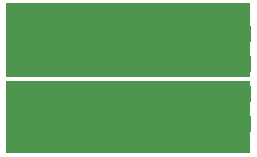
<source format=gbl>
G04*
G04 #@! TF.GenerationSoftware,Altium Limited,Altium Designer,22.5.1 (42)*
G04*
G04 Layer_Physical_Order=2*
G04 Layer_Color=16711680*
%FSLAX25Y25*%
%MOIN*%
G70*
G04*
G04 #@! TF.SameCoordinates,FB260EB1-7277-4AC5-AAB9-1C9609E669AC*
G04*
G04*
G04 #@! TF.FilePolarity,Positive*
G04*
G01*
G75*
%ADD16C,0.03937*%
%ADD17R,0.11811X0.05512*%
G36*
X485410Y323130D02*
X403960D01*
Y347615D01*
X485410D01*
Y323130D01*
D02*
G37*
G36*
Y297661D02*
X403960D01*
Y299606D01*
Y321654D01*
X485410D01*
Y297661D01*
D02*
G37*
D16*
X473526Y300787D02*
D03*
Y306037D02*
D03*
Y311286D02*
D03*
Y316535D02*
D03*
X481049Y316535D02*
D03*
Y311286D02*
D03*
Y306037D02*
D03*
Y300787D02*
D03*
X442009Y300787D02*
D03*
Y306037D02*
D03*
Y311286D02*
D03*
Y316535D02*
D03*
X449532Y316535D02*
D03*
Y311286D02*
D03*
Y306037D02*
D03*
Y300787D02*
D03*
X416775D02*
D03*
Y306037D02*
D03*
Y311286D02*
D03*
Y316535D02*
D03*
X409252Y316535D02*
D03*
Y311286D02*
D03*
Y306037D02*
D03*
Y300787D02*
D03*
X481112Y328346D02*
D03*
Y333596D02*
D03*
Y338845D02*
D03*
Y344094D02*
D03*
X473589Y344094D02*
D03*
Y338845D02*
D03*
Y333596D02*
D03*
Y328346D02*
D03*
X449221Y328346D02*
D03*
Y333596D02*
D03*
Y338845D02*
D03*
Y344094D02*
D03*
X441698Y344094D02*
D03*
Y338845D02*
D03*
Y333596D02*
D03*
Y328346D02*
D03*
X416677Y344094D02*
D03*
Y338845D02*
D03*
Y333596D02*
D03*
Y328346D02*
D03*
X409154Y328346D02*
D03*
Y333596D02*
D03*
Y338845D02*
D03*
Y344094D02*
D03*
D17*
X479823Y307362D02*
D03*
Y317362D02*
D03*
Y327362D02*
D03*
Y337362D02*
D03*
M02*

</source>
